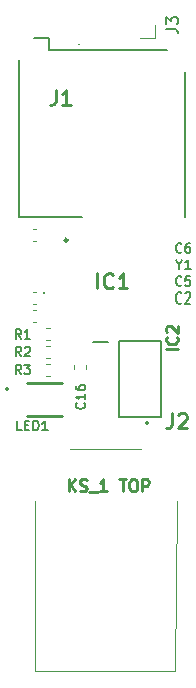
<source format=gbr>
G04 #@! TF.GenerationSoftware,KiCad,Pcbnew,(5.0.2)-1*
G04 #@! TF.CreationDate,2022-05-07T19:17:56+02:00*
G04 #@! TF.ProjectId,Pendrive_v1,50656e64-7269-4766-955f-76312e6b6963,rev?*
G04 #@! TF.SameCoordinates,Original*
G04 #@! TF.FileFunction,Legend,Top*
G04 #@! TF.FilePolarity,Positive*
%FSLAX46Y46*%
G04 Gerber Fmt 4.6, Leading zero omitted, Abs format (unit mm)*
G04 Created by KiCad (PCBNEW (5.0.2)-1) date 07.05.2022 19:17:56*
%MOMM*%
%LPD*%
G01*
G04 APERTURE LIST*
%ADD10C,0.250000*%
%ADD11C,0.120000*%
%ADD12C,0.100000*%
%ADD13C,0.200000*%
%ADD14C,0.254000*%
%ADD15C,0.150000*%
G04 APERTURE END LIST*
D10*
X105119047Y-140952380D02*
X105119047Y-139952380D01*
X105690476Y-140952380D02*
X105261904Y-140380952D01*
X105690476Y-139952380D02*
X105119047Y-140523809D01*
X106071428Y-140904761D02*
X106214285Y-140952380D01*
X106452380Y-140952380D01*
X106547619Y-140904761D01*
X106595238Y-140857142D01*
X106642857Y-140761904D01*
X106642857Y-140666666D01*
X106595238Y-140571428D01*
X106547619Y-140523809D01*
X106452380Y-140476190D01*
X106261904Y-140428571D01*
X106166666Y-140380952D01*
X106119047Y-140333333D01*
X106071428Y-140238095D01*
X106071428Y-140142857D01*
X106119047Y-140047619D01*
X106166666Y-140000000D01*
X106261904Y-139952380D01*
X106500000Y-139952380D01*
X106642857Y-140000000D01*
X106833333Y-141047619D02*
X107595238Y-141047619D01*
X108357142Y-140952380D02*
X107785714Y-140952380D01*
X108071428Y-140952380D02*
X108071428Y-139952380D01*
X107976190Y-140095238D01*
X107880952Y-140190476D01*
X107785714Y-140238095D01*
X109404761Y-139952380D02*
X109976190Y-139952380D01*
X109690476Y-140952380D02*
X109690476Y-139952380D01*
X110500000Y-139952380D02*
X110690476Y-139952380D01*
X110785714Y-140000000D01*
X110880952Y-140095238D01*
X110928571Y-140285714D01*
X110928571Y-140619047D01*
X110880952Y-140809523D01*
X110785714Y-140904761D01*
X110690476Y-140952380D01*
X110500000Y-140952380D01*
X110404761Y-140904761D01*
X110309523Y-140809523D01*
X110261904Y-140619047D01*
X110261904Y-140285714D01*
X110309523Y-140095238D01*
X110404761Y-140000000D01*
X110500000Y-139952380D01*
X111357142Y-140952380D02*
X111357142Y-139952380D01*
X111738095Y-139952380D01*
X111833333Y-140000000D01*
X111880952Y-140047619D01*
X111928571Y-140142857D01*
X111928571Y-140285714D01*
X111880952Y-140380952D01*
X111833333Y-140428571D01*
X111738095Y-140476190D01*
X111357142Y-140476190D01*
G04 #@! TO.C,IC1*
X105035000Y-119706000D02*
G75*
G03X105035000Y-119706000I-125000J0D01*
G01*
D11*
G04 #@! TO.C,J3*
X112455000Y-101446000D02*
X112455000Y-102556000D01*
X112455000Y-102556000D02*
X111125000Y-102556000D01*
D12*
G04 #@! TO.C,J2*
X105260000Y-137379000D02*
X111260000Y-137379000D01*
X102260000Y-141779000D02*
X102260000Y-156179000D01*
X102260000Y-156179000D02*
X114110000Y-156179000D01*
X114110000Y-156179000D02*
X114260000Y-141779000D01*
D13*
X111660000Y-135179000D02*
X111660000Y-135179000D01*
X111860000Y-135179000D02*
X111860000Y-135179000D01*
X111860000Y-135179000D02*
G75*
G03X111660000Y-135179000I-100000J0D01*
G01*
X111660000Y-135179000D02*
G75*
G03X111860000Y-135179000I100000J0D01*
G01*
G04 #@! TO.C,J1*
X105978000Y-103115000D02*
G75*
G03X105978000Y-103115000I-34000J0D01*
G01*
X100950000Y-117759000D02*
X106223000Y-117759000D01*
X100950000Y-117759000D02*
X100950000Y-104417000D01*
X103450000Y-102559000D02*
X102200000Y-102559000D01*
X103450000Y-103559000D02*
X103450000Y-102559000D01*
X103450000Y-103559000D02*
X113476000Y-103559000D01*
X114950000Y-117759000D02*
X114950000Y-105431000D01*
G04 #@! TO.C,Y1*
X103035000Y-124193000D02*
X103035000Y-124193000D01*
X103035000Y-124093000D02*
X103035000Y-124093000D01*
X103035000Y-124193000D02*
X103035000Y-124193000D01*
X103035000Y-124093000D02*
G75*
G02X103035000Y-124193000I0J-50000D01*
G01*
X103035000Y-124193000D02*
G75*
G02X103035000Y-124093000I0J50000D01*
G01*
X103035000Y-124093000D02*
G75*
G02X103035000Y-124193000I0J-50000D01*
G01*
D11*
G04 #@! TO.C,C16*
X105585800Y-130266221D02*
X105585800Y-130591779D01*
X106605800Y-130266221D02*
X106605800Y-130591779D01*
G04 #@! TO.C,R1*
X103556779Y-128145000D02*
X103231221Y-128145000D01*
X103556779Y-127125000D02*
X103231221Y-127125000D01*
G04 #@! TO.C,R2*
X103556779Y-128649000D02*
X103231221Y-128649000D01*
X103556779Y-129669000D02*
X103231221Y-129669000D01*
G04 #@! TO.C,R3*
X103556779Y-131193000D02*
X103231221Y-131193000D01*
X103556779Y-130173000D02*
X103231221Y-130173000D01*
D13*
G04 #@! TO.C,IC2*
X109408000Y-128201000D02*
X112912000Y-128201000D01*
X112912000Y-128201000D02*
X112912000Y-134705000D01*
X112912000Y-134705000D02*
X109408000Y-134705000D01*
X109408000Y-134705000D02*
X109408000Y-128201000D01*
X107160000Y-128338000D02*
X108460000Y-128338000D01*
D14*
G04 #@! TO.C,LED1*
X101571000Y-134623000D02*
X104571000Y-134623000D01*
X101571000Y-131823000D02*
X104571000Y-131823000D01*
X100004000Y-132295000D02*
G75*
G03X100004000Y-132295000I-85000J0D01*
G01*
D11*
G04 #@! TO.C,C6*
X102397779Y-118743000D02*
X102072221Y-118743000D01*
X102397779Y-119763000D02*
X102072221Y-119763000D01*
G04 #@! TO.C,C5*
X102397779Y-125113000D02*
X102072221Y-125113000D01*
X102397779Y-124093000D02*
X102072221Y-124093000D01*
G04 #@! TO.C,C2*
X102397779Y-126637000D02*
X102072221Y-126637000D01*
X102397779Y-125617000D02*
X102072221Y-125617000D01*
G04 #@! TO.C,IC1*
D14*
X107545238Y-123780523D02*
X107545238Y-122510523D01*
X108875714Y-123659571D02*
X108815238Y-123720047D01*
X108633809Y-123780523D01*
X108512857Y-123780523D01*
X108331428Y-123720047D01*
X108210476Y-123599095D01*
X108150000Y-123478142D01*
X108089523Y-123236238D01*
X108089523Y-123054809D01*
X108150000Y-122812904D01*
X108210476Y-122691952D01*
X108331428Y-122571000D01*
X108512857Y-122510523D01*
X108633809Y-122510523D01*
X108815238Y-122571000D01*
X108875714Y-122631476D01*
X110085238Y-123780523D02*
X109359523Y-123780523D01*
X109722380Y-123780523D02*
X109722380Y-122510523D01*
X109601428Y-122691952D01*
X109480476Y-122812904D01*
X109359523Y-122873380D01*
G04 #@! TO.C,J3*
D15*
X113371380Y-101806333D02*
X114085666Y-101806333D01*
X114228523Y-101853952D01*
X114323761Y-101949190D01*
X114371380Y-102092047D01*
X114371380Y-102187285D01*
X113371380Y-101425380D02*
X113371380Y-100806333D01*
X113752333Y-101139666D01*
X113752333Y-100996809D01*
X113799952Y-100901571D01*
X113847571Y-100853952D01*
X113942809Y-100806333D01*
X114180904Y-100806333D01*
X114276142Y-100853952D01*
X114323761Y-100901571D01*
X114371380Y-100996809D01*
X114371380Y-101282523D01*
X114323761Y-101377761D01*
X114276142Y-101425380D01*
G04 #@! TO.C,J2*
D14*
X113876666Y-134369023D02*
X113876666Y-135276166D01*
X113816190Y-135457595D01*
X113695238Y-135578547D01*
X113513809Y-135639023D01*
X113392857Y-135639023D01*
X114420952Y-134489976D02*
X114481428Y-134429500D01*
X114602380Y-134369023D01*
X114904761Y-134369023D01*
X115025714Y-134429500D01*
X115086190Y-134489976D01*
X115146666Y-134610928D01*
X115146666Y-134731880D01*
X115086190Y-134913309D01*
X114360476Y-135639023D01*
X115146666Y-135639023D01*
G04 #@! TO.C,J1*
X104023666Y-106969523D02*
X104023666Y-107876666D01*
X103963190Y-108058095D01*
X103842238Y-108179047D01*
X103660809Y-108239523D01*
X103539857Y-108239523D01*
X105293666Y-108239523D02*
X104567952Y-108239523D01*
X104930809Y-108239523D02*
X104930809Y-106969523D01*
X104809857Y-107150952D01*
X104688904Y-107271904D01*
X104567952Y-107332380D01*
G04 #@! TO.C,Y1*
D13*
X114490547Y-121773952D02*
X114490547Y-122154904D01*
X114223880Y-121354904D02*
X114490547Y-121773952D01*
X114757214Y-121354904D01*
X115442928Y-122154904D02*
X114985785Y-122154904D01*
X115214357Y-122154904D02*
X115214357Y-121354904D01*
X115138166Y-121469190D01*
X115061976Y-121545380D01*
X114985785Y-121583476D01*
G04 #@! TO.C,C16*
D15*
X106457714Y-133483285D02*
X106495809Y-133521380D01*
X106533904Y-133635666D01*
X106533904Y-133711857D01*
X106495809Y-133826142D01*
X106419619Y-133902333D01*
X106343428Y-133940428D01*
X106191047Y-133978523D01*
X106076761Y-133978523D01*
X105924380Y-133940428D01*
X105848190Y-133902333D01*
X105772000Y-133826142D01*
X105733904Y-133711857D01*
X105733904Y-133635666D01*
X105772000Y-133521380D01*
X105810095Y-133483285D01*
X106533904Y-132721380D02*
X106533904Y-133178523D01*
X106533904Y-132949952D02*
X105733904Y-132949952D01*
X105848190Y-133026142D01*
X105924380Y-133102333D01*
X105962476Y-133178523D01*
X105733904Y-132035666D02*
X105733904Y-132188047D01*
X105772000Y-132264238D01*
X105810095Y-132302333D01*
X105924380Y-132378523D01*
X106076761Y-132416619D01*
X106381523Y-132416619D01*
X106457714Y-132378523D01*
X106495809Y-132340428D01*
X106533904Y-132264238D01*
X106533904Y-132111857D01*
X106495809Y-132035666D01*
X106457714Y-131997571D01*
X106381523Y-131959476D01*
X106191047Y-131959476D01*
X106114857Y-131997571D01*
X106076761Y-132035666D01*
X106038666Y-132111857D01*
X106038666Y-132264238D01*
X106076761Y-132340428D01*
X106114857Y-132378523D01*
X106191047Y-132416619D01*
G04 #@! TO.C,R1*
X101085666Y-128060404D02*
X100819000Y-127679452D01*
X100628523Y-128060404D02*
X100628523Y-127260404D01*
X100933285Y-127260404D01*
X101009476Y-127298500D01*
X101047571Y-127336595D01*
X101085666Y-127412785D01*
X101085666Y-127527071D01*
X101047571Y-127603261D01*
X101009476Y-127641357D01*
X100933285Y-127679452D01*
X100628523Y-127679452D01*
X101847571Y-128060404D02*
X101390428Y-128060404D01*
X101619000Y-128060404D02*
X101619000Y-127260404D01*
X101542809Y-127374690D01*
X101466619Y-127450880D01*
X101390428Y-127488976D01*
G04 #@! TO.C,R2*
X101085666Y-129520904D02*
X100819000Y-129139952D01*
X100628523Y-129520904D02*
X100628523Y-128720904D01*
X100933285Y-128720904D01*
X101009476Y-128759000D01*
X101047571Y-128797095D01*
X101085666Y-128873285D01*
X101085666Y-128987571D01*
X101047571Y-129063761D01*
X101009476Y-129101857D01*
X100933285Y-129139952D01*
X100628523Y-129139952D01*
X101390428Y-128797095D02*
X101428523Y-128759000D01*
X101504714Y-128720904D01*
X101695190Y-128720904D01*
X101771380Y-128759000D01*
X101809476Y-128797095D01*
X101847571Y-128873285D01*
X101847571Y-128949476D01*
X101809476Y-129063761D01*
X101352333Y-129520904D01*
X101847571Y-129520904D01*
G04 #@! TO.C,R3*
X101085666Y-131044904D02*
X100819000Y-130663952D01*
X100628523Y-131044904D02*
X100628523Y-130244904D01*
X100933285Y-130244904D01*
X101009476Y-130283000D01*
X101047571Y-130321095D01*
X101085666Y-130397285D01*
X101085666Y-130511571D01*
X101047571Y-130587761D01*
X101009476Y-130625857D01*
X100933285Y-130663952D01*
X100628523Y-130663952D01*
X101352333Y-130244904D02*
X101847571Y-130244904D01*
X101580904Y-130549666D01*
X101695190Y-130549666D01*
X101771380Y-130587761D01*
X101809476Y-130625857D01*
X101847571Y-130702047D01*
X101847571Y-130892523D01*
X101809476Y-130968714D01*
X101771380Y-131006809D01*
X101695190Y-131044904D01*
X101466619Y-131044904D01*
X101390428Y-131006809D01*
X101352333Y-130968714D01*
G04 #@! TO.C,IC2*
D10*
X114371380Y-128928690D02*
X113371380Y-128928690D01*
X114276142Y-127881071D02*
X114323761Y-127928690D01*
X114371380Y-128071547D01*
X114371380Y-128166785D01*
X114323761Y-128309642D01*
X114228523Y-128404880D01*
X114133285Y-128452500D01*
X113942809Y-128500119D01*
X113799952Y-128500119D01*
X113609476Y-128452500D01*
X113514238Y-128404880D01*
X113419000Y-128309642D01*
X113371380Y-128166785D01*
X113371380Y-128071547D01*
X113419000Y-127928690D01*
X113466619Y-127881071D01*
X113466619Y-127500119D02*
X113419000Y-127452500D01*
X113371380Y-127357261D01*
X113371380Y-127119166D01*
X113419000Y-127023928D01*
X113466619Y-126976309D01*
X113561857Y-126928690D01*
X113657095Y-126928690D01*
X113799952Y-126976309D01*
X114371380Y-127547738D01*
X114371380Y-126928690D01*
G04 #@! TO.C,LED1*
D13*
X101149261Y-135807404D02*
X100768309Y-135807404D01*
X100768309Y-135007404D01*
X101415928Y-135388357D02*
X101682595Y-135388357D01*
X101796880Y-135807404D02*
X101415928Y-135807404D01*
X101415928Y-135007404D01*
X101796880Y-135007404D01*
X102139738Y-135807404D02*
X102139738Y-135007404D01*
X102330214Y-135007404D01*
X102444500Y-135045500D01*
X102520690Y-135121690D01*
X102558785Y-135197880D01*
X102596880Y-135350261D01*
X102596880Y-135464547D01*
X102558785Y-135616928D01*
X102520690Y-135693119D01*
X102444500Y-135769309D01*
X102330214Y-135807404D01*
X102139738Y-135807404D01*
X103358785Y-135807404D02*
X102901642Y-135807404D01*
X103130214Y-135807404D02*
X103130214Y-135007404D01*
X103054023Y-135121690D01*
X102977833Y-135197880D01*
X102901642Y-135235976D01*
G04 #@! TO.C,C6*
D15*
X114674666Y-120681714D02*
X114636571Y-120719809D01*
X114522285Y-120757904D01*
X114446095Y-120757904D01*
X114331809Y-120719809D01*
X114255619Y-120643619D01*
X114217523Y-120567428D01*
X114179428Y-120415047D01*
X114179428Y-120300761D01*
X114217523Y-120148380D01*
X114255619Y-120072190D01*
X114331809Y-119996000D01*
X114446095Y-119957904D01*
X114522285Y-119957904D01*
X114636571Y-119996000D01*
X114674666Y-120034095D01*
X115360380Y-119957904D02*
X115208000Y-119957904D01*
X115131809Y-119996000D01*
X115093714Y-120034095D01*
X115017523Y-120148380D01*
X114979428Y-120300761D01*
X114979428Y-120605523D01*
X115017523Y-120681714D01*
X115055619Y-120719809D01*
X115131809Y-120757904D01*
X115284190Y-120757904D01*
X115360380Y-120719809D01*
X115398476Y-120681714D01*
X115436571Y-120605523D01*
X115436571Y-120415047D01*
X115398476Y-120338857D01*
X115360380Y-120300761D01*
X115284190Y-120262666D01*
X115131809Y-120262666D01*
X115055619Y-120300761D01*
X115017523Y-120338857D01*
X114979428Y-120415047D01*
G04 #@! TO.C,C5*
X114674666Y-123475714D02*
X114636571Y-123513809D01*
X114522285Y-123551904D01*
X114446095Y-123551904D01*
X114331809Y-123513809D01*
X114255619Y-123437619D01*
X114217523Y-123361428D01*
X114179428Y-123209047D01*
X114179428Y-123094761D01*
X114217523Y-122942380D01*
X114255619Y-122866190D01*
X114331809Y-122790000D01*
X114446095Y-122751904D01*
X114522285Y-122751904D01*
X114636571Y-122790000D01*
X114674666Y-122828095D01*
X115398476Y-122751904D02*
X115017523Y-122751904D01*
X114979428Y-123132857D01*
X115017523Y-123094761D01*
X115093714Y-123056666D01*
X115284190Y-123056666D01*
X115360380Y-123094761D01*
X115398476Y-123132857D01*
X115436571Y-123209047D01*
X115436571Y-123399523D01*
X115398476Y-123475714D01*
X115360380Y-123513809D01*
X115284190Y-123551904D01*
X115093714Y-123551904D01*
X115017523Y-123513809D01*
X114979428Y-123475714D01*
G04 #@! TO.C,C2*
X114674666Y-125007642D02*
X114636571Y-125055261D01*
X114522285Y-125102880D01*
X114446095Y-125102880D01*
X114331809Y-125055261D01*
X114255619Y-124960023D01*
X114217523Y-124864785D01*
X114179428Y-124674309D01*
X114179428Y-124531452D01*
X114217523Y-124340976D01*
X114255619Y-124245738D01*
X114331809Y-124150500D01*
X114446095Y-124102880D01*
X114522285Y-124102880D01*
X114636571Y-124150500D01*
X114674666Y-124198119D01*
X114979428Y-124198119D02*
X115017523Y-124150500D01*
X115093714Y-124102880D01*
X115284190Y-124102880D01*
X115360380Y-124150500D01*
X115398476Y-124198119D01*
X115436571Y-124293357D01*
X115436571Y-124388595D01*
X115398476Y-124531452D01*
X114941333Y-125102880D01*
X115436571Y-125102880D01*
G04 #@! TD*
M02*

</source>
